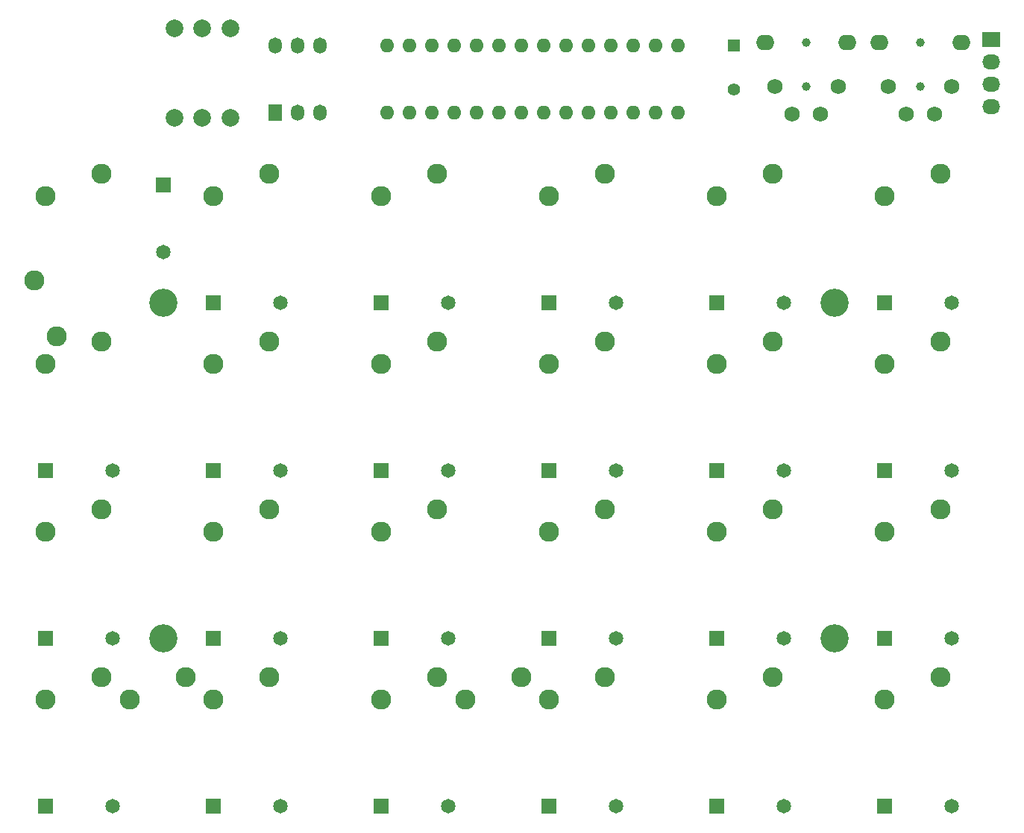
<source format=gbr>
G04 #@! TF.FileFunction,Soldermask,Bot*
%FSLAX46Y46*%
G04 Gerber Fmt 4.6, Leading zero omitted, Abs format (unit mm)*
G04 Created by KiCad (PCBNEW 4.0.4-stable) date Tue Dec 20 19:00:27 2016*
%MOMM*%
%LPD*%
G01*
G04 APERTURE LIST*
%ADD10C,0.100000*%
%ADD11C,2.286000*%
%ADD12C,1.651000*%
%ADD13R,1.651000X1.651000*%
%ADD14O,1.600000X1.600000*%
%ADD15R,1.524000X1.824000*%
%ADD16O,1.524000X1.824000*%
%ADD17C,1.998980*%
%ADD18O,2.057400X1.752600*%
%ADD19C,1.752600*%
%ADD20C,0.990600*%
%ADD21R,1.400000X1.400000*%
%ADD22C,1.400000*%
%ADD23C,3.200000*%
%ADD24R,2.032000X1.727200*%
%ADD25O,2.032000X1.727200*%
G04 APERTURE END LIST*
D10*
D11*
X49530000Y-41910000D03*
X43180000Y-44450000D03*
X87630000Y-60960000D03*
X81280000Y-63500000D03*
X49530000Y-99060000D03*
X43180000Y-101600000D03*
X49530000Y-60960000D03*
X43180000Y-63500000D03*
D12*
X56515000Y-50825400D03*
D13*
X56515000Y-43205400D03*
D12*
X50800000Y-75565000D03*
D13*
X43180000Y-75565000D03*
D12*
X50800000Y-94615000D03*
D13*
X43180000Y-94615000D03*
D12*
X50800000Y-113665000D03*
D13*
X43180000Y-113665000D03*
D12*
X69850000Y-56515000D03*
D13*
X62230000Y-56515000D03*
D12*
X69850000Y-75565000D03*
D13*
X62230000Y-75565000D03*
D12*
X69850000Y-94615000D03*
D13*
X62230000Y-94615000D03*
D12*
X69850000Y-113665000D03*
D13*
X62230000Y-113665000D03*
D12*
X88900000Y-56515000D03*
D13*
X81280000Y-56515000D03*
D12*
X88900000Y-75565000D03*
D13*
X81280000Y-75565000D03*
D12*
X88900000Y-94615000D03*
D13*
X81280000Y-94615000D03*
D12*
X88900000Y-113665000D03*
D13*
X81280000Y-113665000D03*
D12*
X107950000Y-56515000D03*
D13*
X100330000Y-56515000D03*
D12*
X107950000Y-75565000D03*
D13*
X100330000Y-75565000D03*
D12*
X107950000Y-94615000D03*
D13*
X100330000Y-94615000D03*
D12*
X107950000Y-113665000D03*
D13*
X100330000Y-113665000D03*
D12*
X127000000Y-56515000D03*
D13*
X119380000Y-56515000D03*
D12*
X127000000Y-75565000D03*
D13*
X119380000Y-75565000D03*
D12*
X127000000Y-94615000D03*
D13*
X119380000Y-94615000D03*
D12*
X127000000Y-113665000D03*
D13*
X119380000Y-113665000D03*
D12*
X146050000Y-56515000D03*
D13*
X138430000Y-56515000D03*
D12*
X146050000Y-75565000D03*
D13*
X138430000Y-75565000D03*
D12*
X146050000Y-94615000D03*
D13*
X138430000Y-94615000D03*
D12*
X146050000Y-113665000D03*
D13*
X138430000Y-113665000D03*
D11*
X49530000Y-80010000D03*
X43180000Y-82550000D03*
X68580000Y-41910000D03*
X62230000Y-44450000D03*
X68580000Y-60960000D03*
X62230000Y-63500000D03*
X68580000Y-80010000D03*
X62230000Y-82550000D03*
X68580000Y-99060000D03*
X62230000Y-101600000D03*
X87630000Y-41910000D03*
X81280000Y-44450000D03*
X87630000Y-80010000D03*
X81280000Y-82550000D03*
X87630000Y-99060000D03*
X81280000Y-101600000D03*
X106680000Y-41910000D03*
X100330000Y-44450000D03*
X106680000Y-60960000D03*
X100330000Y-63500000D03*
X106680000Y-80010000D03*
X100330000Y-82550000D03*
X106680000Y-99060000D03*
X100330000Y-101600000D03*
X125730000Y-41910000D03*
X119380000Y-44450000D03*
X125730000Y-60960000D03*
X119380000Y-63500000D03*
X125730000Y-80010000D03*
X119380000Y-82550000D03*
X125730000Y-99060000D03*
X119380000Y-101600000D03*
X144780000Y-41910000D03*
X138430000Y-44450000D03*
X144780000Y-60960000D03*
X138430000Y-63500000D03*
X144780000Y-80010000D03*
X138430000Y-82550000D03*
X144780000Y-99060000D03*
X138430000Y-101600000D03*
D14*
X81915000Y-34925000D03*
X84455000Y-34925000D03*
X86995000Y-34925000D03*
X89535000Y-34925000D03*
X92075000Y-34925000D03*
X94615000Y-34925000D03*
X97155000Y-34925000D03*
X99695000Y-34925000D03*
X102235000Y-34925000D03*
X104775000Y-34925000D03*
X107315000Y-34925000D03*
X109855000Y-34925000D03*
X112395000Y-34925000D03*
X114935000Y-34925000D03*
X114935000Y-27305000D03*
X112395000Y-27305000D03*
X109855000Y-27305000D03*
X107315000Y-27305000D03*
X104775000Y-27305000D03*
X102235000Y-27305000D03*
X99695000Y-27305000D03*
X97155000Y-27305000D03*
X94615000Y-27305000D03*
X92075000Y-27305000D03*
X89535000Y-27305000D03*
X86995000Y-27305000D03*
X84455000Y-27305000D03*
X81915000Y-27305000D03*
D15*
X69215000Y-34925000D03*
D16*
X69215000Y-27305000D03*
X71755000Y-34925000D03*
X71755000Y-27305000D03*
X74295000Y-34925000D03*
X74295000Y-27305000D03*
D17*
X64135000Y-35560000D03*
X64135000Y-25400000D03*
X60960000Y-35560000D03*
X60960000Y-25400000D03*
X57785000Y-35560000D03*
X57785000Y-25400000D03*
D18*
X134188200Y-27025600D03*
D19*
X125933200Y-32029400D03*
X131140200Y-35128200D03*
D18*
X124891800Y-27025600D03*
D19*
X127939800Y-35128200D03*
X133146800Y-32029400D03*
D20*
X129540000Y-27025600D03*
X129540000Y-32029400D03*
D18*
X147091400Y-27025600D03*
D19*
X138836400Y-32029400D03*
X144043400Y-35128200D03*
D18*
X137795000Y-27025600D03*
D19*
X140843000Y-35128200D03*
X146050000Y-32029400D03*
D20*
X142443200Y-27025600D03*
X142443200Y-32029400D03*
D21*
X121285000Y-27305000D03*
D22*
X121285000Y-32305000D03*
D11*
X41910000Y-54000400D03*
X44450000Y-60350400D03*
X59055000Y-99085400D03*
X52705000Y-101625400D03*
X97155000Y-99085400D03*
X90805000Y-101625400D03*
D23*
X56515000Y-56540400D03*
X132715000Y-56540400D03*
X132715000Y-94640400D03*
X56515000Y-94640400D03*
D24*
X150495000Y-26670000D03*
D25*
X150495000Y-29210000D03*
X150495000Y-31750000D03*
X150495000Y-34290000D03*
M02*

</source>
